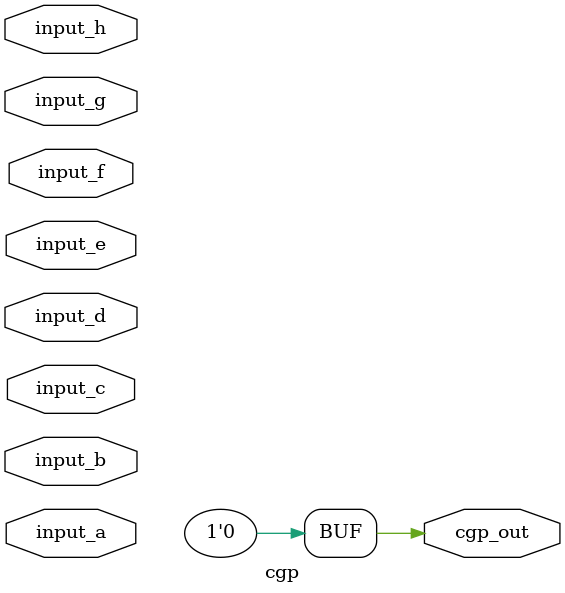
<source format=v>
module cgp(input [1:0] input_a, input [1:0] input_b, input [1:0] input_c, input [1:0] input_d, input [1:0] input_e, input [1:0] input_f, input [1:0] input_g, input [1:0] input_h, output [0:0] cgp_out);
  wire cgp_core_019;
  wire cgp_core_023;
  wire cgp_core_026_not;
  wire cgp_core_027;
  wire cgp_core_032;
  wire cgp_core_035;
  wire cgp_core_036;
  wire cgp_core_038;
  wire cgp_core_039;
  wire cgp_core_040;
  wire cgp_core_041;
  wire cgp_core_044;
  wire cgp_core_045;
  wire cgp_core_049;
  wire cgp_core_050;
  wire cgp_core_051;
  wire cgp_core_053;
  wire cgp_core_054;
  wire cgp_core_057;
  wire cgp_core_058;
  wire cgp_core_062;
  wire cgp_core_063;
  wire cgp_core_064;
  wire cgp_core_066_not;
  wire cgp_core_067;
  wire cgp_core_069;
  wire cgp_core_073;
  wire cgp_core_075;
  wire cgp_core_077;
  wire cgp_core_078;
  wire cgp_core_080;
  wire cgp_core_081;
  wire cgp_core_082;
  wire cgp_core_084;
  wire cgp_core_085;
  wire cgp_core_088;
  wire cgp_core_092;

  assign cgp_core_019 = ~(input_a[1] | input_g[0]);
  assign cgp_core_023 = ~input_b[0];
  assign cgp_core_026_not = ~input_c[1];
  assign cgp_core_027 = ~(input_a[1] & input_h[1]);
  assign cgp_core_032 = ~(input_f[0] | input_h[0]);
  assign cgp_core_035 = ~(input_a[1] | input_h[1]);
  assign cgp_core_036 = input_b[1] & input_e[0];
  assign cgp_core_038 = ~input_f[0];
  assign cgp_core_039 = input_h[1] & input_c[0];
  assign cgp_core_040 = input_f[1] | input_b[0];
  assign cgp_core_041 = ~(input_a[0] | input_h[1]);
  assign cgp_core_044 = ~input_e[1];
  assign cgp_core_045 = input_e[1] ^ input_b[0];
  assign cgp_core_049 = input_g[1] & input_e[1];
  assign cgp_core_050 = ~input_c[0];
  assign cgp_core_051 = input_h[0] & cgp_core_045;
  assign cgp_core_053 = ~(input_b[0] ^ input_f[1]);
  assign cgp_core_054 = input_b[1] | input_c[0];
  assign cgp_core_057 = input_e[1] | input_f[1];
  assign cgp_core_058 = ~input_c[0];
  assign cgp_core_062 = input_c[0] ^ input_h[0];
  assign cgp_core_063 = ~(input_h[0] ^ input_b[1]);
  assign cgp_core_064 = ~input_f[0];
  assign cgp_core_066_not = ~cgp_core_063;
  assign cgp_core_067 = ~(input_e[0] | input_h[0]);
  assign cgp_core_069 = input_e[1] | input_h[1];
  assign cgp_core_073 = ~input_h[0];
  assign cgp_core_075 = input_a[1] & input_d[1];
  assign cgp_core_077 = input_e[1] & input_e[0];
  assign cgp_core_078 = ~(input_f[0] | input_d[1]);
  assign cgp_core_080 = ~input_b[1];
  assign cgp_core_081 = input_g[0] & cgp_core_066_not;
  assign cgp_core_082 = ~(cgp_core_081 & input_g[0]);
  assign cgp_core_084 = cgp_core_027 & input_g[0];
  assign cgp_core_085 = ~(input_e[0] | input_a[0]);
  assign cgp_core_088 = ~(cgp_core_057 | input_d[1]);
  assign cgp_core_092 = input_e[1] & cgp_core_082;

  assign cgp_out[0] = 1'b0;
endmodule
</source>
